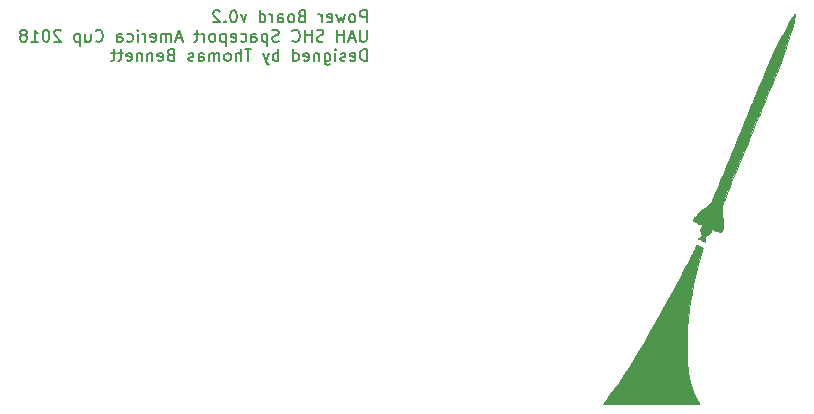
<source format=gbr>
G04 #@! TF.FileFunction,Legend,Bot*
%FSLAX46Y46*%
G04 Gerber Fmt 4.6, Leading zero omitted, Abs format (unit mm)*
G04 Created by KiCad (PCBNEW 4.0.7) date Tuesday, March 06, 2018 'PMt' 12:34:16 PM*
%MOMM*%
%LPD*%
G01*
G04 APERTURE LIST*
%ADD10C,0.100000*%
%ADD11C,0.140000*%
%ADD12C,0.010000*%
%ADD13R,2.005000X7.720000*%
%ADD14R,1.700000X1.700000*%
%ADD15C,1.700000*%
G04 APERTURE END LIST*
D10*
D11*
X95011905Y-95967381D02*
X95011905Y-94967381D01*
X94630952Y-94967381D01*
X94535714Y-95015000D01*
X94488095Y-95062619D01*
X94440476Y-95157857D01*
X94440476Y-95300714D01*
X94488095Y-95395952D01*
X94535714Y-95443571D01*
X94630952Y-95491190D01*
X95011905Y-95491190D01*
X93869048Y-95967381D02*
X93964286Y-95919762D01*
X94011905Y-95872143D01*
X94059524Y-95776905D01*
X94059524Y-95491190D01*
X94011905Y-95395952D01*
X93964286Y-95348333D01*
X93869048Y-95300714D01*
X93726190Y-95300714D01*
X93630952Y-95348333D01*
X93583333Y-95395952D01*
X93535714Y-95491190D01*
X93535714Y-95776905D01*
X93583333Y-95872143D01*
X93630952Y-95919762D01*
X93726190Y-95967381D01*
X93869048Y-95967381D01*
X93202381Y-95300714D02*
X93011905Y-95967381D01*
X92821428Y-95491190D01*
X92630952Y-95967381D01*
X92440476Y-95300714D01*
X91678571Y-95919762D02*
X91773809Y-95967381D01*
X91964286Y-95967381D01*
X92059524Y-95919762D01*
X92107143Y-95824524D01*
X92107143Y-95443571D01*
X92059524Y-95348333D01*
X91964286Y-95300714D01*
X91773809Y-95300714D01*
X91678571Y-95348333D01*
X91630952Y-95443571D01*
X91630952Y-95538810D01*
X92107143Y-95634048D01*
X91202381Y-95967381D02*
X91202381Y-95300714D01*
X91202381Y-95491190D02*
X91154762Y-95395952D01*
X91107143Y-95348333D01*
X91011905Y-95300714D01*
X90916666Y-95300714D01*
X89488094Y-95443571D02*
X89345237Y-95491190D01*
X89297618Y-95538810D01*
X89249999Y-95634048D01*
X89249999Y-95776905D01*
X89297618Y-95872143D01*
X89345237Y-95919762D01*
X89440475Y-95967381D01*
X89821428Y-95967381D01*
X89821428Y-94967381D01*
X89488094Y-94967381D01*
X89392856Y-95015000D01*
X89345237Y-95062619D01*
X89297618Y-95157857D01*
X89297618Y-95253095D01*
X89345237Y-95348333D01*
X89392856Y-95395952D01*
X89488094Y-95443571D01*
X89821428Y-95443571D01*
X88678571Y-95967381D02*
X88773809Y-95919762D01*
X88821428Y-95872143D01*
X88869047Y-95776905D01*
X88869047Y-95491190D01*
X88821428Y-95395952D01*
X88773809Y-95348333D01*
X88678571Y-95300714D01*
X88535713Y-95300714D01*
X88440475Y-95348333D01*
X88392856Y-95395952D01*
X88345237Y-95491190D01*
X88345237Y-95776905D01*
X88392856Y-95872143D01*
X88440475Y-95919762D01*
X88535713Y-95967381D01*
X88678571Y-95967381D01*
X87488094Y-95967381D02*
X87488094Y-95443571D01*
X87535713Y-95348333D01*
X87630951Y-95300714D01*
X87821428Y-95300714D01*
X87916666Y-95348333D01*
X87488094Y-95919762D02*
X87583332Y-95967381D01*
X87821428Y-95967381D01*
X87916666Y-95919762D01*
X87964285Y-95824524D01*
X87964285Y-95729286D01*
X87916666Y-95634048D01*
X87821428Y-95586429D01*
X87583332Y-95586429D01*
X87488094Y-95538810D01*
X87011904Y-95967381D02*
X87011904Y-95300714D01*
X87011904Y-95491190D02*
X86964285Y-95395952D01*
X86916666Y-95348333D01*
X86821428Y-95300714D01*
X86726189Y-95300714D01*
X85964284Y-95967381D02*
X85964284Y-94967381D01*
X85964284Y-95919762D02*
X86059522Y-95967381D01*
X86249999Y-95967381D01*
X86345237Y-95919762D01*
X86392856Y-95872143D01*
X86440475Y-95776905D01*
X86440475Y-95491190D01*
X86392856Y-95395952D01*
X86345237Y-95348333D01*
X86249999Y-95300714D01*
X86059522Y-95300714D01*
X85964284Y-95348333D01*
X84821427Y-95300714D02*
X84583332Y-95967381D01*
X84345236Y-95300714D01*
X83773808Y-94967381D02*
X83678569Y-94967381D01*
X83583331Y-95015000D01*
X83535712Y-95062619D01*
X83488093Y-95157857D01*
X83440474Y-95348333D01*
X83440474Y-95586429D01*
X83488093Y-95776905D01*
X83535712Y-95872143D01*
X83583331Y-95919762D01*
X83678569Y-95967381D01*
X83773808Y-95967381D01*
X83869046Y-95919762D01*
X83916665Y-95872143D01*
X83964284Y-95776905D01*
X84011903Y-95586429D01*
X84011903Y-95348333D01*
X83964284Y-95157857D01*
X83916665Y-95062619D01*
X83869046Y-95015000D01*
X83773808Y-94967381D01*
X83011903Y-95872143D02*
X82964284Y-95919762D01*
X83011903Y-95967381D01*
X83059522Y-95919762D01*
X83011903Y-95872143D01*
X83011903Y-95967381D01*
X82583332Y-95062619D02*
X82535713Y-95015000D01*
X82440475Y-94967381D01*
X82202379Y-94967381D01*
X82107141Y-95015000D01*
X82059522Y-95062619D01*
X82011903Y-95157857D01*
X82011903Y-95253095D01*
X82059522Y-95395952D01*
X82630951Y-95967381D01*
X82011903Y-95967381D01*
X95011905Y-96607381D02*
X95011905Y-97416905D01*
X94964286Y-97512143D01*
X94916667Y-97559762D01*
X94821429Y-97607381D01*
X94630952Y-97607381D01*
X94535714Y-97559762D01*
X94488095Y-97512143D01*
X94440476Y-97416905D01*
X94440476Y-96607381D01*
X94011905Y-97321667D02*
X93535714Y-97321667D01*
X94107143Y-97607381D02*
X93773810Y-96607381D01*
X93440476Y-97607381D01*
X93107143Y-97607381D02*
X93107143Y-96607381D01*
X93107143Y-97083571D02*
X92535714Y-97083571D01*
X92535714Y-97607381D02*
X92535714Y-96607381D01*
X91345238Y-97559762D02*
X91202381Y-97607381D01*
X90964285Y-97607381D01*
X90869047Y-97559762D01*
X90821428Y-97512143D01*
X90773809Y-97416905D01*
X90773809Y-97321667D01*
X90821428Y-97226429D01*
X90869047Y-97178810D01*
X90964285Y-97131190D01*
X91154762Y-97083571D01*
X91250000Y-97035952D01*
X91297619Y-96988333D01*
X91345238Y-96893095D01*
X91345238Y-96797857D01*
X91297619Y-96702619D01*
X91250000Y-96655000D01*
X91154762Y-96607381D01*
X90916666Y-96607381D01*
X90773809Y-96655000D01*
X90345238Y-97607381D02*
X90345238Y-96607381D01*
X90345238Y-97083571D02*
X89773809Y-97083571D01*
X89773809Y-97607381D02*
X89773809Y-96607381D01*
X88726190Y-97512143D02*
X88773809Y-97559762D01*
X88916666Y-97607381D01*
X89011904Y-97607381D01*
X89154762Y-97559762D01*
X89250000Y-97464524D01*
X89297619Y-97369286D01*
X89345238Y-97178810D01*
X89345238Y-97035952D01*
X89297619Y-96845476D01*
X89250000Y-96750238D01*
X89154762Y-96655000D01*
X89011904Y-96607381D01*
X88916666Y-96607381D01*
X88773809Y-96655000D01*
X88726190Y-96702619D01*
X87583333Y-97559762D02*
X87440476Y-97607381D01*
X87202380Y-97607381D01*
X87107142Y-97559762D01*
X87059523Y-97512143D01*
X87011904Y-97416905D01*
X87011904Y-97321667D01*
X87059523Y-97226429D01*
X87107142Y-97178810D01*
X87202380Y-97131190D01*
X87392857Y-97083571D01*
X87488095Y-97035952D01*
X87535714Y-96988333D01*
X87583333Y-96893095D01*
X87583333Y-96797857D01*
X87535714Y-96702619D01*
X87488095Y-96655000D01*
X87392857Y-96607381D01*
X87154761Y-96607381D01*
X87011904Y-96655000D01*
X86583333Y-96940714D02*
X86583333Y-97940714D01*
X86583333Y-96988333D02*
X86488095Y-96940714D01*
X86297618Y-96940714D01*
X86202380Y-96988333D01*
X86154761Y-97035952D01*
X86107142Y-97131190D01*
X86107142Y-97416905D01*
X86154761Y-97512143D01*
X86202380Y-97559762D01*
X86297618Y-97607381D01*
X86488095Y-97607381D01*
X86583333Y-97559762D01*
X85249999Y-97607381D02*
X85249999Y-97083571D01*
X85297618Y-96988333D01*
X85392856Y-96940714D01*
X85583333Y-96940714D01*
X85678571Y-96988333D01*
X85249999Y-97559762D02*
X85345237Y-97607381D01*
X85583333Y-97607381D01*
X85678571Y-97559762D01*
X85726190Y-97464524D01*
X85726190Y-97369286D01*
X85678571Y-97274048D01*
X85583333Y-97226429D01*
X85345237Y-97226429D01*
X85249999Y-97178810D01*
X84345237Y-97559762D02*
X84440475Y-97607381D01*
X84630952Y-97607381D01*
X84726190Y-97559762D01*
X84773809Y-97512143D01*
X84821428Y-97416905D01*
X84821428Y-97131190D01*
X84773809Y-97035952D01*
X84726190Y-96988333D01*
X84630952Y-96940714D01*
X84440475Y-96940714D01*
X84345237Y-96988333D01*
X83535713Y-97559762D02*
X83630951Y-97607381D01*
X83821428Y-97607381D01*
X83916666Y-97559762D01*
X83964285Y-97464524D01*
X83964285Y-97083571D01*
X83916666Y-96988333D01*
X83821428Y-96940714D01*
X83630951Y-96940714D01*
X83535713Y-96988333D01*
X83488094Y-97083571D01*
X83488094Y-97178810D01*
X83964285Y-97274048D01*
X83059523Y-96940714D02*
X83059523Y-97940714D01*
X83059523Y-96988333D02*
X82964285Y-96940714D01*
X82773808Y-96940714D01*
X82678570Y-96988333D01*
X82630951Y-97035952D01*
X82583332Y-97131190D01*
X82583332Y-97416905D01*
X82630951Y-97512143D01*
X82678570Y-97559762D01*
X82773808Y-97607381D01*
X82964285Y-97607381D01*
X83059523Y-97559762D01*
X82011904Y-97607381D02*
X82107142Y-97559762D01*
X82154761Y-97512143D01*
X82202380Y-97416905D01*
X82202380Y-97131190D01*
X82154761Y-97035952D01*
X82107142Y-96988333D01*
X82011904Y-96940714D01*
X81869046Y-96940714D01*
X81773808Y-96988333D01*
X81726189Y-97035952D01*
X81678570Y-97131190D01*
X81678570Y-97416905D01*
X81726189Y-97512143D01*
X81773808Y-97559762D01*
X81869046Y-97607381D01*
X82011904Y-97607381D01*
X81249999Y-97607381D02*
X81249999Y-96940714D01*
X81249999Y-97131190D02*
X81202380Y-97035952D01*
X81154761Y-96988333D01*
X81059523Y-96940714D01*
X80964284Y-96940714D01*
X80773808Y-96940714D02*
X80392856Y-96940714D01*
X80630951Y-96607381D02*
X80630951Y-97464524D01*
X80583332Y-97559762D01*
X80488094Y-97607381D01*
X80392856Y-97607381D01*
X79345236Y-97321667D02*
X78869045Y-97321667D01*
X79440474Y-97607381D02*
X79107141Y-96607381D01*
X78773807Y-97607381D01*
X78440474Y-97607381D02*
X78440474Y-96940714D01*
X78440474Y-97035952D02*
X78392855Y-96988333D01*
X78297617Y-96940714D01*
X78154759Y-96940714D01*
X78059521Y-96988333D01*
X78011902Y-97083571D01*
X78011902Y-97607381D01*
X78011902Y-97083571D02*
X77964283Y-96988333D01*
X77869045Y-96940714D01*
X77726188Y-96940714D01*
X77630950Y-96988333D01*
X77583331Y-97083571D01*
X77583331Y-97607381D01*
X76726188Y-97559762D02*
X76821426Y-97607381D01*
X77011903Y-97607381D01*
X77107141Y-97559762D01*
X77154760Y-97464524D01*
X77154760Y-97083571D01*
X77107141Y-96988333D01*
X77011903Y-96940714D01*
X76821426Y-96940714D01*
X76726188Y-96988333D01*
X76678569Y-97083571D01*
X76678569Y-97178810D01*
X77154760Y-97274048D01*
X76249998Y-97607381D02*
X76249998Y-96940714D01*
X76249998Y-97131190D02*
X76202379Y-97035952D01*
X76154760Y-96988333D01*
X76059522Y-96940714D01*
X75964283Y-96940714D01*
X75630950Y-97607381D02*
X75630950Y-96940714D01*
X75630950Y-96607381D02*
X75678569Y-96655000D01*
X75630950Y-96702619D01*
X75583331Y-96655000D01*
X75630950Y-96607381D01*
X75630950Y-96702619D01*
X74726188Y-97559762D02*
X74821426Y-97607381D01*
X75011903Y-97607381D01*
X75107141Y-97559762D01*
X75154760Y-97512143D01*
X75202379Y-97416905D01*
X75202379Y-97131190D01*
X75154760Y-97035952D01*
X75107141Y-96988333D01*
X75011903Y-96940714D01*
X74821426Y-96940714D01*
X74726188Y-96988333D01*
X73869045Y-97607381D02*
X73869045Y-97083571D01*
X73916664Y-96988333D01*
X74011902Y-96940714D01*
X74202379Y-96940714D01*
X74297617Y-96988333D01*
X73869045Y-97559762D02*
X73964283Y-97607381D01*
X74202379Y-97607381D01*
X74297617Y-97559762D01*
X74345236Y-97464524D01*
X74345236Y-97369286D01*
X74297617Y-97274048D01*
X74202379Y-97226429D01*
X73964283Y-97226429D01*
X73869045Y-97178810D01*
X72059521Y-97512143D02*
X72107140Y-97559762D01*
X72249997Y-97607381D01*
X72345235Y-97607381D01*
X72488093Y-97559762D01*
X72583331Y-97464524D01*
X72630950Y-97369286D01*
X72678569Y-97178810D01*
X72678569Y-97035952D01*
X72630950Y-96845476D01*
X72583331Y-96750238D01*
X72488093Y-96655000D01*
X72345235Y-96607381D01*
X72249997Y-96607381D01*
X72107140Y-96655000D01*
X72059521Y-96702619D01*
X71202378Y-96940714D02*
X71202378Y-97607381D01*
X71630950Y-96940714D02*
X71630950Y-97464524D01*
X71583331Y-97559762D01*
X71488093Y-97607381D01*
X71345235Y-97607381D01*
X71249997Y-97559762D01*
X71202378Y-97512143D01*
X70726188Y-96940714D02*
X70726188Y-97940714D01*
X70726188Y-96988333D02*
X70630950Y-96940714D01*
X70440473Y-96940714D01*
X70345235Y-96988333D01*
X70297616Y-97035952D01*
X70249997Y-97131190D01*
X70249997Y-97416905D01*
X70297616Y-97512143D01*
X70345235Y-97559762D01*
X70440473Y-97607381D01*
X70630950Y-97607381D01*
X70726188Y-97559762D01*
X69107140Y-96702619D02*
X69059521Y-96655000D01*
X68964283Y-96607381D01*
X68726187Y-96607381D01*
X68630949Y-96655000D01*
X68583330Y-96702619D01*
X68535711Y-96797857D01*
X68535711Y-96893095D01*
X68583330Y-97035952D01*
X69154759Y-97607381D01*
X68535711Y-97607381D01*
X67916664Y-96607381D02*
X67821425Y-96607381D01*
X67726187Y-96655000D01*
X67678568Y-96702619D01*
X67630949Y-96797857D01*
X67583330Y-96988333D01*
X67583330Y-97226429D01*
X67630949Y-97416905D01*
X67678568Y-97512143D01*
X67726187Y-97559762D01*
X67821425Y-97607381D01*
X67916664Y-97607381D01*
X68011902Y-97559762D01*
X68059521Y-97512143D01*
X68107140Y-97416905D01*
X68154759Y-97226429D01*
X68154759Y-96988333D01*
X68107140Y-96797857D01*
X68059521Y-96702619D01*
X68011902Y-96655000D01*
X67916664Y-96607381D01*
X66630949Y-97607381D02*
X67202378Y-97607381D01*
X66916664Y-97607381D02*
X66916664Y-96607381D01*
X67011902Y-96750238D01*
X67107140Y-96845476D01*
X67202378Y-96893095D01*
X66059521Y-97035952D02*
X66154759Y-96988333D01*
X66202378Y-96940714D01*
X66249997Y-96845476D01*
X66249997Y-96797857D01*
X66202378Y-96702619D01*
X66154759Y-96655000D01*
X66059521Y-96607381D01*
X65869044Y-96607381D01*
X65773806Y-96655000D01*
X65726187Y-96702619D01*
X65678568Y-96797857D01*
X65678568Y-96845476D01*
X65726187Y-96940714D01*
X65773806Y-96988333D01*
X65869044Y-97035952D01*
X66059521Y-97035952D01*
X66154759Y-97083571D01*
X66202378Y-97131190D01*
X66249997Y-97226429D01*
X66249997Y-97416905D01*
X66202378Y-97512143D01*
X66154759Y-97559762D01*
X66059521Y-97607381D01*
X65869044Y-97607381D01*
X65773806Y-97559762D01*
X65726187Y-97512143D01*
X65678568Y-97416905D01*
X65678568Y-97226429D01*
X65726187Y-97131190D01*
X65773806Y-97083571D01*
X65869044Y-97035952D01*
X95011905Y-99247381D02*
X95011905Y-98247381D01*
X94773810Y-98247381D01*
X94630952Y-98295000D01*
X94535714Y-98390238D01*
X94488095Y-98485476D01*
X94440476Y-98675952D01*
X94440476Y-98818810D01*
X94488095Y-99009286D01*
X94535714Y-99104524D01*
X94630952Y-99199762D01*
X94773810Y-99247381D01*
X95011905Y-99247381D01*
X93630952Y-99199762D02*
X93726190Y-99247381D01*
X93916667Y-99247381D01*
X94011905Y-99199762D01*
X94059524Y-99104524D01*
X94059524Y-98723571D01*
X94011905Y-98628333D01*
X93916667Y-98580714D01*
X93726190Y-98580714D01*
X93630952Y-98628333D01*
X93583333Y-98723571D01*
X93583333Y-98818810D01*
X94059524Y-98914048D01*
X93202381Y-99199762D02*
X93107143Y-99247381D01*
X92916667Y-99247381D01*
X92821428Y-99199762D01*
X92773809Y-99104524D01*
X92773809Y-99056905D01*
X92821428Y-98961667D01*
X92916667Y-98914048D01*
X93059524Y-98914048D01*
X93154762Y-98866429D01*
X93202381Y-98771190D01*
X93202381Y-98723571D01*
X93154762Y-98628333D01*
X93059524Y-98580714D01*
X92916667Y-98580714D01*
X92821428Y-98628333D01*
X92345238Y-99247381D02*
X92345238Y-98580714D01*
X92345238Y-98247381D02*
X92392857Y-98295000D01*
X92345238Y-98342619D01*
X92297619Y-98295000D01*
X92345238Y-98247381D01*
X92345238Y-98342619D01*
X91440476Y-98580714D02*
X91440476Y-99390238D01*
X91488095Y-99485476D01*
X91535714Y-99533095D01*
X91630953Y-99580714D01*
X91773810Y-99580714D01*
X91869048Y-99533095D01*
X91440476Y-99199762D02*
X91535714Y-99247381D01*
X91726191Y-99247381D01*
X91821429Y-99199762D01*
X91869048Y-99152143D01*
X91916667Y-99056905D01*
X91916667Y-98771190D01*
X91869048Y-98675952D01*
X91821429Y-98628333D01*
X91726191Y-98580714D01*
X91535714Y-98580714D01*
X91440476Y-98628333D01*
X90964286Y-98580714D02*
X90964286Y-99247381D01*
X90964286Y-98675952D02*
X90916667Y-98628333D01*
X90821429Y-98580714D01*
X90678571Y-98580714D01*
X90583333Y-98628333D01*
X90535714Y-98723571D01*
X90535714Y-99247381D01*
X89678571Y-99199762D02*
X89773809Y-99247381D01*
X89964286Y-99247381D01*
X90059524Y-99199762D01*
X90107143Y-99104524D01*
X90107143Y-98723571D01*
X90059524Y-98628333D01*
X89964286Y-98580714D01*
X89773809Y-98580714D01*
X89678571Y-98628333D01*
X89630952Y-98723571D01*
X89630952Y-98818810D01*
X90107143Y-98914048D01*
X88773809Y-99247381D02*
X88773809Y-98247381D01*
X88773809Y-99199762D02*
X88869047Y-99247381D01*
X89059524Y-99247381D01*
X89154762Y-99199762D01*
X89202381Y-99152143D01*
X89250000Y-99056905D01*
X89250000Y-98771190D01*
X89202381Y-98675952D01*
X89154762Y-98628333D01*
X89059524Y-98580714D01*
X88869047Y-98580714D01*
X88773809Y-98628333D01*
X87535714Y-99247381D02*
X87535714Y-98247381D01*
X87535714Y-98628333D02*
X87440476Y-98580714D01*
X87249999Y-98580714D01*
X87154761Y-98628333D01*
X87107142Y-98675952D01*
X87059523Y-98771190D01*
X87059523Y-99056905D01*
X87107142Y-99152143D01*
X87154761Y-99199762D01*
X87249999Y-99247381D01*
X87440476Y-99247381D01*
X87535714Y-99199762D01*
X86726190Y-98580714D02*
X86488095Y-99247381D01*
X86249999Y-98580714D02*
X86488095Y-99247381D01*
X86583333Y-99485476D01*
X86630952Y-99533095D01*
X86726190Y-99580714D01*
X85249999Y-98247381D02*
X84678570Y-98247381D01*
X84964285Y-99247381D02*
X84964285Y-98247381D01*
X84345237Y-99247381D02*
X84345237Y-98247381D01*
X83916665Y-99247381D02*
X83916665Y-98723571D01*
X83964284Y-98628333D01*
X84059522Y-98580714D01*
X84202380Y-98580714D01*
X84297618Y-98628333D01*
X84345237Y-98675952D01*
X83297618Y-99247381D02*
X83392856Y-99199762D01*
X83440475Y-99152143D01*
X83488094Y-99056905D01*
X83488094Y-98771190D01*
X83440475Y-98675952D01*
X83392856Y-98628333D01*
X83297618Y-98580714D01*
X83154760Y-98580714D01*
X83059522Y-98628333D01*
X83011903Y-98675952D01*
X82964284Y-98771190D01*
X82964284Y-99056905D01*
X83011903Y-99152143D01*
X83059522Y-99199762D01*
X83154760Y-99247381D01*
X83297618Y-99247381D01*
X82535713Y-99247381D02*
X82535713Y-98580714D01*
X82535713Y-98675952D02*
X82488094Y-98628333D01*
X82392856Y-98580714D01*
X82249998Y-98580714D01*
X82154760Y-98628333D01*
X82107141Y-98723571D01*
X82107141Y-99247381D01*
X82107141Y-98723571D02*
X82059522Y-98628333D01*
X81964284Y-98580714D01*
X81821427Y-98580714D01*
X81726189Y-98628333D01*
X81678570Y-98723571D01*
X81678570Y-99247381D01*
X80773808Y-99247381D02*
X80773808Y-98723571D01*
X80821427Y-98628333D01*
X80916665Y-98580714D01*
X81107142Y-98580714D01*
X81202380Y-98628333D01*
X80773808Y-99199762D02*
X80869046Y-99247381D01*
X81107142Y-99247381D01*
X81202380Y-99199762D01*
X81249999Y-99104524D01*
X81249999Y-99009286D01*
X81202380Y-98914048D01*
X81107142Y-98866429D01*
X80869046Y-98866429D01*
X80773808Y-98818810D01*
X80345237Y-99199762D02*
X80249999Y-99247381D01*
X80059523Y-99247381D01*
X79964284Y-99199762D01*
X79916665Y-99104524D01*
X79916665Y-99056905D01*
X79964284Y-98961667D01*
X80059523Y-98914048D01*
X80202380Y-98914048D01*
X80297618Y-98866429D01*
X80345237Y-98771190D01*
X80345237Y-98723571D01*
X80297618Y-98628333D01*
X80202380Y-98580714D01*
X80059523Y-98580714D01*
X79964284Y-98628333D01*
X78392855Y-98723571D02*
X78249998Y-98771190D01*
X78202379Y-98818810D01*
X78154760Y-98914048D01*
X78154760Y-99056905D01*
X78202379Y-99152143D01*
X78249998Y-99199762D01*
X78345236Y-99247381D01*
X78726189Y-99247381D01*
X78726189Y-98247381D01*
X78392855Y-98247381D01*
X78297617Y-98295000D01*
X78249998Y-98342619D01*
X78202379Y-98437857D01*
X78202379Y-98533095D01*
X78249998Y-98628333D01*
X78297617Y-98675952D01*
X78392855Y-98723571D01*
X78726189Y-98723571D01*
X77345236Y-99199762D02*
X77440474Y-99247381D01*
X77630951Y-99247381D01*
X77726189Y-99199762D01*
X77773808Y-99104524D01*
X77773808Y-98723571D01*
X77726189Y-98628333D01*
X77630951Y-98580714D01*
X77440474Y-98580714D01*
X77345236Y-98628333D01*
X77297617Y-98723571D01*
X77297617Y-98818810D01*
X77773808Y-98914048D01*
X76869046Y-98580714D02*
X76869046Y-99247381D01*
X76869046Y-98675952D02*
X76821427Y-98628333D01*
X76726189Y-98580714D01*
X76583331Y-98580714D01*
X76488093Y-98628333D01*
X76440474Y-98723571D01*
X76440474Y-99247381D01*
X75964284Y-98580714D02*
X75964284Y-99247381D01*
X75964284Y-98675952D02*
X75916665Y-98628333D01*
X75821427Y-98580714D01*
X75678569Y-98580714D01*
X75583331Y-98628333D01*
X75535712Y-98723571D01*
X75535712Y-99247381D01*
X74678569Y-99199762D02*
X74773807Y-99247381D01*
X74964284Y-99247381D01*
X75059522Y-99199762D01*
X75107141Y-99104524D01*
X75107141Y-98723571D01*
X75059522Y-98628333D01*
X74964284Y-98580714D01*
X74773807Y-98580714D01*
X74678569Y-98628333D01*
X74630950Y-98723571D01*
X74630950Y-98818810D01*
X75107141Y-98914048D01*
X74345236Y-98580714D02*
X73964284Y-98580714D01*
X74202379Y-98247381D02*
X74202379Y-99104524D01*
X74154760Y-99199762D01*
X74059522Y-99247381D01*
X73964284Y-99247381D01*
X73773807Y-98580714D02*
X73392855Y-98580714D01*
X73630950Y-98247381D02*
X73630950Y-99104524D01*
X73583331Y-99199762D01*
X73488093Y-99247381D01*
X73392855Y-99247381D01*
D12*
G36*
X122784399Y-115148277D02*
X122717272Y-115288356D01*
X122618858Y-115486436D01*
X122493427Y-115734309D01*
X122345245Y-116023770D01*
X122178579Y-116346613D01*
X121997696Y-116694632D01*
X121806864Y-117059620D01*
X121610349Y-117433373D01*
X121412420Y-117807684D01*
X121217342Y-118174346D01*
X121029384Y-118525155D01*
X121000036Y-118579674D01*
X120469829Y-119556073D01*
X119948936Y-120499709D01*
X119439164Y-121407612D01*
X118942321Y-122276811D01*
X118460214Y-123104335D01*
X117994651Y-123887212D01*
X117547438Y-124622474D01*
X117120383Y-125307147D01*
X116715292Y-125938261D01*
X116333975Y-126512846D01*
X115978236Y-127027931D01*
X115649885Y-127480544D01*
X115350727Y-127867715D01*
X115347583Y-127871627D01*
X115232396Y-128016087D01*
X115136485Y-128138685D01*
X115068601Y-128228062D01*
X115037492Y-128272859D01*
X115036450Y-128275547D01*
X115073219Y-128277826D01*
X115180307Y-128280016D01*
X115352883Y-128282095D01*
X115586120Y-128284044D01*
X115875187Y-128285844D01*
X116215255Y-128287473D01*
X116601494Y-128288911D01*
X117029076Y-128290139D01*
X117493171Y-128291136D01*
X117988950Y-128291883D01*
X118511582Y-128292358D01*
X119056240Y-128292543D01*
X119113225Y-128292544D01*
X119659871Y-128292371D01*
X120184988Y-128291866D01*
X120683746Y-128291053D01*
X121151317Y-128289954D01*
X121582871Y-128288592D01*
X121973578Y-128286989D01*
X122318610Y-128285169D01*
X122613137Y-128283154D01*
X122852329Y-128280967D01*
X123031357Y-128278631D01*
X123145392Y-128276168D01*
X123189605Y-128273601D01*
X123190000Y-128273332D01*
X123170341Y-128235081D01*
X123118589Y-128152406D01*
X123045581Y-128042564D01*
X123039052Y-128032981D01*
X122813766Y-127647919D01*
X122617607Y-127195331D01*
X122450459Y-126674803D01*
X122312202Y-126085923D01*
X122202721Y-125428277D01*
X122136256Y-124857344D01*
X122119884Y-124628674D01*
X122108240Y-124339492D01*
X122101232Y-124004279D01*
X122098764Y-123637515D01*
X122100744Y-123253681D01*
X122107078Y-122867259D01*
X122117672Y-122492729D01*
X122132433Y-122144573D01*
X122151267Y-121837270D01*
X122156199Y-121773461D01*
X122223287Y-121060899D01*
X122309959Y-120329170D01*
X122414090Y-119589610D01*
X122533554Y-118853557D01*
X122666226Y-118132349D01*
X122809981Y-117437324D01*
X122962693Y-116779819D01*
X123122236Y-116171171D01*
X123286486Y-115622719D01*
X123339149Y-115463380D01*
X123388884Y-115311796D01*
X123427604Y-115184446D01*
X123449816Y-115099874D01*
X123453018Y-115079011D01*
X123420348Y-115031356D01*
X123335956Y-114973708D01*
X123220274Y-114917086D01*
X123093729Y-114872509D01*
X123050064Y-114861664D01*
X122928915Y-114835519D01*
X122784399Y-115148277D01*
X122784399Y-115148277D01*
G37*
X122784399Y-115148277D02*
X122717272Y-115288356D01*
X122618858Y-115486436D01*
X122493427Y-115734309D01*
X122345245Y-116023770D01*
X122178579Y-116346613D01*
X121997696Y-116694632D01*
X121806864Y-117059620D01*
X121610349Y-117433373D01*
X121412420Y-117807684D01*
X121217342Y-118174346D01*
X121029384Y-118525155D01*
X121000036Y-118579674D01*
X120469829Y-119556073D01*
X119948936Y-120499709D01*
X119439164Y-121407612D01*
X118942321Y-122276811D01*
X118460214Y-123104335D01*
X117994651Y-123887212D01*
X117547438Y-124622474D01*
X117120383Y-125307147D01*
X116715292Y-125938261D01*
X116333975Y-126512846D01*
X115978236Y-127027931D01*
X115649885Y-127480544D01*
X115350727Y-127867715D01*
X115347583Y-127871627D01*
X115232396Y-128016087D01*
X115136485Y-128138685D01*
X115068601Y-128228062D01*
X115037492Y-128272859D01*
X115036450Y-128275547D01*
X115073219Y-128277826D01*
X115180307Y-128280016D01*
X115352883Y-128282095D01*
X115586120Y-128284044D01*
X115875187Y-128285844D01*
X116215255Y-128287473D01*
X116601494Y-128288911D01*
X117029076Y-128290139D01*
X117493171Y-128291136D01*
X117988950Y-128291883D01*
X118511582Y-128292358D01*
X119056240Y-128292543D01*
X119113225Y-128292544D01*
X119659871Y-128292371D01*
X120184988Y-128291866D01*
X120683746Y-128291053D01*
X121151317Y-128289954D01*
X121582871Y-128288592D01*
X121973578Y-128286989D01*
X122318610Y-128285169D01*
X122613137Y-128283154D01*
X122852329Y-128280967D01*
X123031357Y-128278631D01*
X123145392Y-128276168D01*
X123189605Y-128273601D01*
X123190000Y-128273332D01*
X123170341Y-128235081D01*
X123118589Y-128152406D01*
X123045581Y-128042564D01*
X123039052Y-128032981D01*
X122813766Y-127647919D01*
X122617607Y-127195331D01*
X122450459Y-126674803D01*
X122312202Y-126085923D01*
X122202721Y-125428277D01*
X122136256Y-124857344D01*
X122119884Y-124628674D01*
X122108240Y-124339492D01*
X122101232Y-124004279D01*
X122098764Y-123637515D01*
X122100744Y-123253681D01*
X122107078Y-122867259D01*
X122117672Y-122492729D01*
X122132433Y-122144573D01*
X122151267Y-121837270D01*
X122156199Y-121773461D01*
X122223287Y-121060899D01*
X122309959Y-120329170D01*
X122414090Y-119589610D01*
X122533554Y-118853557D01*
X122666226Y-118132349D01*
X122809981Y-117437324D01*
X122962693Y-116779819D01*
X123122236Y-116171171D01*
X123286486Y-115622719D01*
X123339149Y-115463380D01*
X123388884Y-115311796D01*
X123427604Y-115184446D01*
X123449816Y-115099874D01*
X123453018Y-115079011D01*
X123420348Y-115031356D01*
X123335956Y-114973708D01*
X123220274Y-114917086D01*
X123093729Y-114872509D01*
X123050064Y-114861664D01*
X122928915Y-114835519D01*
X122784399Y-115148277D01*
G36*
X131223329Y-95260289D02*
X131151137Y-95354377D01*
X131053575Y-95503104D01*
X130934085Y-95699853D01*
X130796112Y-95938008D01*
X130643100Y-96210952D01*
X130478492Y-96512068D01*
X130305732Y-96834739D01*
X130128265Y-97172350D01*
X129949533Y-97518284D01*
X129772981Y-97865924D01*
X129602053Y-98208653D01*
X129440193Y-98539855D01*
X129290843Y-98852913D01*
X129157450Y-99141211D01*
X129043455Y-99398133D01*
X128952303Y-99617060D01*
X128887438Y-99791378D01*
X128880770Y-99811479D01*
X128861510Y-99861530D01*
X128815442Y-99976498D01*
X128744438Y-100151839D01*
X128650367Y-100383009D01*
X128535100Y-100665464D01*
X128400506Y-100994660D01*
X128248454Y-101366053D01*
X128080817Y-101775100D01*
X127899462Y-102217255D01*
X127706261Y-102687975D01*
X127503083Y-103182717D01*
X127291798Y-103696935D01*
X127074277Y-104226086D01*
X126852389Y-104765626D01*
X126628005Y-105311011D01*
X126402994Y-105857696D01*
X126179226Y-106401139D01*
X125958571Y-106936794D01*
X125742900Y-107460119D01*
X125534083Y-107966568D01*
X125333988Y-108451597D01*
X125144488Y-108910664D01*
X124967450Y-109339223D01*
X124804746Y-109732731D01*
X124658246Y-110086644D01*
X124529819Y-110396417D01*
X124421336Y-110657507D01*
X124334666Y-110865370D01*
X124271679Y-111015461D01*
X124234246Y-111103237D01*
X124228408Y-111116452D01*
X124189110Y-111165142D01*
X124100428Y-111253802D01*
X123970929Y-111374560D01*
X123809180Y-111519541D01*
X123623747Y-111680872D01*
X123496631Y-111789039D01*
X123272447Y-111979323D01*
X123098966Y-112129945D01*
X122968513Y-112248567D01*
X122873411Y-112342847D01*
X122805985Y-112420444D01*
X122758559Y-112489018D01*
X122723457Y-112556228D01*
X122719917Y-112564096D01*
X122675223Y-112672332D01*
X122649271Y-112750383D01*
X122646503Y-112775632D01*
X122683985Y-112797434D01*
X122775969Y-112840571D01*
X122907314Y-112898151D01*
X123017839Y-112944715D01*
X123167043Y-113010563D01*
X123286062Y-113070640D01*
X123360248Y-113117087D01*
X123377678Y-113137728D01*
X123363833Y-113195461D01*
X123328272Y-113294442D01*
X123301381Y-113360022D01*
X123224892Y-113538463D01*
X123302036Y-113766900D01*
X123379181Y-113995337D01*
X123228230Y-114120725D01*
X123142927Y-114196607D01*
X123088199Y-114254941D01*
X123077278Y-114274636D01*
X123109599Y-114301072D01*
X123195286Y-114345544D01*
X123317425Y-114399480D01*
X123349143Y-114412422D01*
X123482641Y-114466149D01*
X123589570Y-114509320D01*
X123650296Y-114534004D01*
X123655146Y-114536015D01*
X123670162Y-114510385D01*
X123672063Y-114425367D01*
X123663885Y-114325840D01*
X123638486Y-114101336D01*
X123862925Y-113981711D01*
X123990213Y-113903882D01*
X124080065Y-113829212D01*
X124112831Y-113781846D01*
X124145392Y-113690388D01*
X124188425Y-113581638D01*
X124189178Y-113579833D01*
X124240058Y-113458061D01*
X124607411Y-113603725D01*
X124763425Y-113664183D01*
X124895082Y-113712592D01*
X124985779Y-113742998D01*
X125016516Y-113750405D01*
X125051467Y-113718687D01*
X125097953Y-113635767D01*
X125132449Y-113554157D01*
X125157705Y-113484298D01*
X125175352Y-113421138D01*
X125185484Y-113352219D01*
X125188194Y-113265086D01*
X125183575Y-113147280D01*
X125171722Y-112986346D01*
X125152727Y-112769826D01*
X125139422Y-112624201D01*
X125118040Y-112381018D01*
X125099274Y-112148416D01*
X125084301Y-111942556D01*
X125074298Y-111779598D01*
X125070457Y-111677573D01*
X125071595Y-111646361D01*
X125076356Y-111608989D01*
X125086037Y-111562207D01*
X125101933Y-111502764D01*
X125125343Y-111427413D01*
X125157563Y-111332902D01*
X125199890Y-111215982D01*
X125253622Y-111073404D01*
X125320055Y-110901918D01*
X125400486Y-110698274D01*
X125496213Y-110459222D01*
X125608532Y-110181514D01*
X125738741Y-109861898D01*
X125888136Y-109497125D01*
X126058015Y-109083947D01*
X126249674Y-108619112D01*
X126464410Y-108099372D01*
X126703521Y-107521476D01*
X126968304Y-106882176D01*
X127260055Y-106178220D01*
X127402418Y-105834822D01*
X127721153Y-105066045D01*
X128012529Y-104363188D01*
X128277959Y-103722748D01*
X128518857Y-103141225D01*
X128736635Y-102615115D01*
X128932709Y-102140917D01*
X129108491Y-101715130D01*
X129265394Y-101334251D01*
X129404833Y-100994779D01*
X129528220Y-100693211D01*
X129636969Y-100426046D01*
X129732495Y-100189782D01*
X129816209Y-99980917D01*
X129889526Y-99795949D01*
X129953859Y-99631377D01*
X130010621Y-99483698D01*
X130061227Y-99349411D01*
X130107089Y-99225013D01*
X130149622Y-99107003D01*
X130190238Y-98991879D01*
X130230351Y-98876140D01*
X130271375Y-98756282D01*
X130314723Y-98628805D01*
X130334170Y-98571538D01*
X130484268Y-98123394D01*
X130626141Y-97687749D01*
X130758249Y-97270122D01*
X130879054Y-96876035D01*
X130987015Y-96511006D01*
X131080594Y-96180556D01*
X131158252Y-95890204D01*
X131218449Y-95645470D01*
X131259645Y-95451873D01*
X131280303Y-95314934D01*
X131278882Y-95240172D01*
X131266705Y-95227456D01*
X131223329Y-95260289D01*
X131223329Y-95260289D01*
G37*
X131223329Y-95260289D02*
X131151137Y-95354377D01*
X131053575Y-95503104D01*
X130934085Y-95699853D01*
X130796112Y-95938008D01*
X130643100Y-96210952D01*
X130478492Y-96512068D01*
X130305732Y-96834739D01*
X130128265Y-97172350D01*
X129949533Y-97518284D01*
X129772981Y-97865924D01*
X129602053Y-98208653D01*
X129440193Y-98539855D01*
X129290843Y-98852913D01*
X129157450Y-99141211D01*
X129043455Y-99398133D01*
X128952303Y-99617060D01*
X128887438Y-99791378D01*
X128880770Y-99811479D01*
X128861510Y-99861530D01*
X128815442Y-99976498D01*
X128744438Y-100151839D01*
X128650367Y-100383009D01*
X128535100Y-100665464D01*
X128400506Y-100994660D01*
X128248454Y-101366053D01*
X128080817Y-101775100D01*
X127899462Y-102217255D01*
X127706261Y-102687975D01*
X127503083Y-103182717D01*
X127291798Y-103696935D01*
X127074277Y-104226086D01*
X126852389Y-104765626D01*
X126628005Y-105311011D01*
X126402994Y-105857696D01*
X126179226Y-106401139D01*
X125958571Y-106936794D01*
X125742900Y-107460119D01*
X125534083Y-107966568D01*
X125333988Y-108451597D01*
X125144488Y-108910664D01*
X124967450Y-109339223D01*
X124804746Y-109732731D01*
X124658246Y-110086644D01*
X124529819Y-110396417D01*
X124421336Y-110657507D01*
X124334666Y-110865370D01*
X124271679Y-111015461D01*
X124234246Y-111103237D01*
X124228408Y-111116452D01*
X124189110Y-111165142D01*
X124100428Y-111253802D01*
X123970929Y-111374560D01*
X123809180Y-111519541D01*
X123623747Y-111680872D01*
X123496631Y-111789039D01*
X123272447Y-111979323D01*
X123098966Y-112129945D01*
X122968513Y-112248567D01*
X122873411Y-112342847D01*
X122805985Y-112420444D01*
X122758559Y-112489018D01*
X122723457Y-112556228D01*
X122719917Y-112564096D01*
X122675223Y-112672332D01*
X122649271Y-112750383D01*
X122646503Y-112775632D01*
X122683985Y-112797434D01*
X122775969Y-112840571D01*
X122907314Y-112898151D01*
X123017839Y-112944715D01*
X123167043Y-113010563D01*
X123286062Y-113070640D01*
X123360248Y-113117087D01*
X123377678Y-113137728D01*
X123363833Y-113195461D01*
X123328272Y-113294442D01*
X123301381Y-113360022D01*
X123224892Y-113538463D01*
X123302036Y-113766900D01*
X123379181Y-113995337D01*
X123228230Y-114120725D01*
X123142927Y-114196607D01*
X123088199Y-114254941D01*
X123077278Y-114274636D01*
X123109599Y-114301072D01*
X123195286Y-114345544D01*
X123317425Y-114399480D01*
X123349143Y-114412422D01*
X123482641Y-114466149D01*
X123589570Y-114509320D01*
X123650296Y-114534004D01*
X123655146Y-114536015D01*
X123670162Y-114510385D01*
X123672063Y-114425367D01*
X123663885Y-114325840D01*
X123638486Y-114101336D01*
X123862925Y-113981711D01*
X123990213Y-113903882D01*
X124080065Y-113829212D01*
X124112831Y-113781846D01*
X124145392Y-113690388D01*
X124188425Y-113581638D01*
X124189178Y-113579833D01*
X124240058Y-113458061D01*
X124607411Y-113603725D01*
X124763425Y-113664183D01*
X124895082Y-113712592D01*
X124985779Y-113742998D01*
X125016516Y-113750405D01*
X125051467Y-113718687D01*
X125097953Y-113635767D01*
X125132449Y-113554157D01*
X125157705Y-113484298D01*
X125175352Y-113421138D01*
X125185484Y-113352219D01*
X125188194Y-113265086D01*
X125183575Y-113147280D01*
X125171722Y-112986346D01*
X125152727Y-112769826D01*
X125139422Y-112624201D01*
X125118040Y-112381018D01*
X125099274Y-112148416D01*
X125084301Y-111942556D01*
X125074298Y-111779598D01*
X125070457Y-111677573D01*
X125071595Y-111646361D01*
X125076356Y-111608989D01*
X125086037Y-111562207D01*
X125101933Y-111502764D01*
X125125343Y-111427413D01*
X125157563Y-111332902D01*
X125199890Y-111215982D01*
X125253622Y-111073404D01*
X125320055Y-110901918D01*
X125400486Y-110698274D01*
X125496213Y-110459222D01*
X125608532Y-110181514D01*
X125738741Y-109861898D01*
X125888136Y-109497125D01*
X126058015Y-109083947D01*
X126249674Y-108619112D01*
X126464410Y-108099372D01*
X126703521Y-107521476D01*
X126968304Y-106882176D01*
X127260055Y-106178220D01*
X127402418Y-105834822D01*
X127721153Y-105066045D01*
X128012529Y-104363188D01*
X128277959Y-103722748D01*
X128518857Y-103141225D01*
X128736635Y-102615115D01*
X128932709Y-102140917D01*
X129108491Y-101715130D01*
X129265394Y-101334251D01*
X129404833Y-100994779D01*
X129528220Y-100693211D01*
X129636969Y-100426046D01*
X129732495Y-100189782D01*
X129816209Y-99980917D01*
X129889526Y-99795949D01*
X129953859Y-99631377D01*
X130010621Y-99483698D01*
X130061227Y-99349411D01*
X130107089Y-99225013D01*
X130149622Y-99107003D01*
X130190238Y-98991879D01*
X130230351Y-98876140D01*
X130271375Y-98756282D01*
X130314723Y-98628805D01*
X130334170Y-98571538D01*
X130484268Y-98123394D01*
X130626141Y-97687749D01*
X130758249Y-97270122D01*
X130879054Y-96876035D01*
X130987015Y-96511006D01*
X131080594Y-96180556D01*
X131158252Y-95890204D01*
X131218449Y-95645470D01*
X131259645Y-95451873D01*
X131280303Y-95314934D01*
X131278882Y-95240172D01*
X131266705Y-95227456D01*
X131223329Y-95260289D01*
%LPC*%
D13*
X78740000Y-134620000D03*
X76200000Y-134620000D03*
X73660000Y-134620000D03*
X71120000Y-134620000D03*
X68580000Y-134620000D03*
X66040000Y-134620000D03*
X63500000Y-134620000D03*
X60960000Y-134620000D03*
X58420000Y-134620000D03*
X55880000Y-134620000D03*
X83820000Y-134620000D03*
X91440000Y-134620000D03*
X88900000Y-134620000D03*
X86360000Y-134620000D03*
X81280000Y-134620000D03*
D14*
X104394000Y-98044000D03*
D15*
X104394000Y-101544000D03*
M02*

</source>
